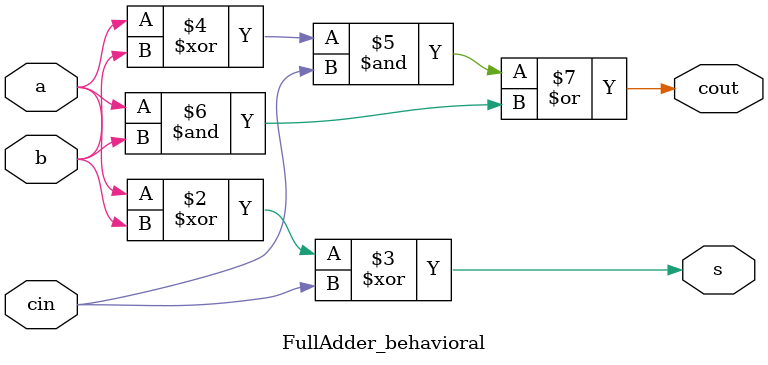
<source format=v>
`timescale 1ns / 1ps

module FullAdder_behavioral (input a, b, cin,
                             output reg s, cout);
                              
    always @ (*) begin
        s = (a ^ b) ^ cin;
        cout = ((a ^ b) & cin) | (a & b);
    end                     
                              
endmodule

</source>
